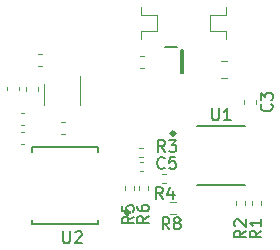
<source format=gbr>
%TF.GenerationSoftware,KiCad,Pcbnew,(5.1.8)-1*%
%TF.CreationDate,2021-11-17T13:18:44-05:00*%
%TF.ProjectId,impedance_measurement,696d7065-6461-46e6-9365-5f6d65617375,rev?*%
%TF.SameCoordinates,Original*%
%TF.FileFunction,Legend,Top*%
%TF.FilePolarity,Positive*%
%FSLAX46Y46*%
G04 Gerber Fmt 4.6, Leading zero omitted, Abs format (unit mm)*
G04 Created by KiCad (PCBNEW (5.1.8)-1) date 2021-11-17 13:18:44*
%MOMM*%
%LPD*%
G01*
G04 APERTURE LIST*
%ADD10C,0.120000*%
%ADD11C,0.200000*%
%ADD12C,0.127000*%
%ADD13C,0.300000*%
%ADD14C,0.150000*%
%ADD15C,0.152400*%
G04 APERTURE END LIST*
D10*
%TO.C,C9*%
X131983733Y-106200000D02*
X132276267Y-106200000D01*
X131983733Y-105180000D02*
X132276267Y-105180000D01*
D11*
%TO.C,S1*%
X135420000Y-104690000D02*
X135620000Y-104690000D01*
X135620000Y-104690000D02*
X135620000Y-106690000D01*
X135620000Y-106690000D02*
X135420000Y-106690000D01*
X135420000Y-106690000D02*
X135420000Y-104690000D01*
X134070000Y-104490000D02*
X135070000Y-104490000D01*
D10*
%TO.C,R11*%
X138872936Y-107075000D02*
X139327064Y-107075000D01*
X138872936Y-105605000D02*
X139327064Y-105605000D01*
%TO.C,C3*%
X140810000Y-108973733D02*
X140810000Y-109266267D01*
X141830000Y-108973733D02*
X141830000Y-109266267D01*
%TO.C,R6*%
X132650000Y-116597621D02*
X132650000Y-116262379D01*
X131890000Y-116597621D02*
X131890000Y-116262379D01*
%TO.C,R5*%
X131440000Y-116597621D02*
X131440000Y-116262379D01*
X130680000Y-116597621D02*
X130680000Y-116262379D01*
%TO.C,R4*%
X134177621Y-115190000D02*
X133842379Y-115190000D01*
X134177621Y-115950000D02*
X133842379Y-115950000D01*
%TO.C,R3*%
X132227621Y-113030000D02*
X131892379Y-113030000D01*
X132227621Y-113790000D02*
X131892379Y-113790000D01*
%TO.C,R2*%
X140900000Y-117807621D02*
X140900000Y-117472379D01*
X140140000Y-117807621D02*
X140140000Y-117472379D01*
%TO.C,R1*%
X141440000Y-117472379D02*
X141440000Y-117807621D01*
X142200000Y-117472379D02*
X142200000Y-117807621D01*
%TO.C,C5*%
X132205835Y-114220000D02*
X131974165Y-114220000D01*
X132205835Y-114940000D02*
X131974165Y-114940000D01*
%TO.C,U3*%
X126890000Y-109330000D02*
X126890000Y-106900000D01*
X123820000Y-107570000D02*
X123820000Y-109330000D01*
D12*
%TO.C,U1*%
X136840000Y-116160000D02*
X140840000Y-116160000D01*
X136840000Y-111160000D02*
X140840000Y-111160000D01*
D13*
X134929000Y-111755000D02*
G75*
G03*
X134929000Y-111755000I-150000J0D01*
G01*
D10*
%TO.C,R8*%
X134994724Y-117567500D02*
X134485276Y-117567500D01*
X134994724Y-118612500D02*
X134485276Y-118612500D01*
%TO.C,J2*%
X139250000Y-101700000D02*
X137900000Y-101700000D01*
X137900000Y-101700000D02*
X137900000Y-103100000D01*
X137900000Y-103100000D02*
X139250000Y-103100000D01*
X139250000Y-103100000D02*
X139250000Y-103750000D01*
X139250000Y-101700000D02*
X139250000Y-101050000D01*
%TO.C,J1*%
X132050000Y-103100000D02*
X133400000Y-103100000D01*
X133400000Y-103100000D02*
X133400000Y-101700000D01*
X133400000Y-101700000D02*
X132050000Y-101700000D01*
X132050000Y-101700000D02*
X132050000Y-101050000D01*
X132050000Y-103100000D02*
X132050000Y-103750000D01*
%TO.C,FB1*%
X123360000Y-108146267D02*
X123360000Y-107853733D01*
X122340000Y-108146267D02*
X122340000Y-107853733D01*
%TO.C,C8*%
X125313733Y-111800000D02*
X125606267Y-111800000D01*
X125313733Y-110780000D02*
X125606267Y-110780000D01*
%TO.C,C7*%
X123383733Y-106040000D02*
X123676267Y-106040000D01*
X123383733Y-105020000D02*
X123676267Y-105020000D01*
%TO.C,C4*%
X121893733Y-112670000D02*
X122186267Y-112670000D01*
X121893733Y-111650000D02*
X122186267Y-111650000D01*
%TO.C,C2*%
X120750000Y-107833733D02*
X120750000Y-108126267D01*
X121770000Y-107833733D02*
X121770000Y-108126267D01*
%TO.C,C1*%
X122186267Y-110040000D02*
X121893733Y-110040000D01*
X122186267Y-111060000D02*
X121893733Y-111060000D01*
D12*
%TO.C,U2*%
X128410000Y-119060000D02*
X128410000Y-119410000D01*
X128410000Y-119410000D02*
X122810000Y-119410000D01*
X122810000Y-119410000D02*
X122810000Y-119060000D01*
X128410000Y-112910000D02*
X122810000Y-112910000D01*
X128410000Y-112910000D02*
X128410000Y-113360000D01*
X122810000Y-112910000D02*
X122810000Y-113360000D01*
D13*
X131060000Y-118460000D02*
G75*
G03*
X131060000Y-118460000I-150000J0D01*
G01*
%TO.C,C3*%
D14*
X143107142Y-109286666D02*
X143154761Y-109334285D01*
X143202380Y-109477142D01*
X143202380Y-109572380D01*
X143154761Y-109715238D01*
X143059523Y-109810476D01*
X142964285Y-109858095D01*
X142773809Y-109905714D01*
X142630952Y-109905714D01*
X142440476Y-109858095D01*
X142345238Y-109810476D01*
X142250000Y-109715238D01*
X142202380Y-109572380D01*
X142202380Y-109477142D01*
X142250000Y-109334285D01*
X142297619Y-109286666D01*
X142202380Y-108953333D02*
X142202380Y-108334285D01*
X142583333Y-108667619D01*
X142583333Y-108524761D01*
X142630952Y-108429523D01*
X142678571Y-108381904D01*
X142773809Y-108334285D01*
X143011904Y-108334285D01*
X143107142Y-108381904D01*
X143154761Y-108429523D01*
X143202380Y-108524761D01*
X143202380Y-108810476D01*
X143154761Y-108905714D01*
X143107142Y-108953333D01*
%TO.C,R6*%
X132732380Y-118756666D02*
X132256190Y-119090000D01*
X132732380Y-119328095D02*
X131732380Y-119328095D01*
X131732380Y-118947142D01*
X131780000Y-118851904D01*
X131827619Y-118804285D01*
X131922857Y-118756666D01*
X132065714Y-118756666D01*
X132160952Y-118804285D01*
X132208571Y-118851904D01*
X132256190Y-118947142D01*
X132256190Y-119328095D01*
X131732380Y-117899523D02*
X131732380Y-118090000D01*
X131780000Y-118185238D01*
X131827619Y-118232857D01*
X131970476Y-118328095D01*
X132160952Y-118375714D01*
X132541904Y-118375714D01*
X132637142Y-118328095D01*
X132684761Y-118280476D01*
X132732380Y-118185238D01*
X132732380Y-117994761D01*
X132684761Y-117899523D01*
X132637142Y-117851904D01*
X132541904Y-117804285D01*
X132303809Y-117804285D01*
X132208571Y-117851904D01*
X132160952Y-117899523D01*
X132113333Y-117994761D01*
X132113333Y-118185238D01*
X132160952Y-118280476D01*
X132208571Y-118328095D01*
X132303809Y-118375714D01*
%TO.C,R5*%
X131452380Y-118806666D02*
X130976190Y-119140000D01*
X131452380Y-119378095D02*
X130452380Y-119378095D01*
X130452380Y-118997142D01*
X130500000Y-118901904D01*
X130547619Y-118854285D01*
X130642857Y-118806666D01*
X130785714Y-118806666D01*
X130880952Y-118854285D01*
X130928571Y-118901904D01*
X130976190Y-118997142D01*
X130976190Y-119378095D01*
X130452380Y-117901904D02*
X130452380Y-118378095D01*
X130928571Y-118425714D01*
X130880952Y-118378095D01*
X130833333Y-118282857D01*
X130833333Y-118044761D01*
X130880952Y-117949523D01*
X130928571Y-117901904D01*
X131023809Y-117854285D01*
X131261904Y-117854285D01*
X131357142Y-117901904D01*
X131404761Y-117949523D01*
X131452380Y-118044761D01*
X131452380Y-118282857D01*
X131404761Y-118378095D01*
X131357142Y-118425714D01*
%TO.C,R4*%
X133903333Y-117312380D02*
X133570000Y-116836190D01*
X133331904Y-117312380D02*
X133331904Y-116312380D01*
X133712857Y-116312380D01*
X133808095Y-116360000D01*
X133855714Y-116407619D01*
X133903333Y-116502857D01*
X133903333Y-116645714D01*
X133855714Y-116740952D01*
X133808095Y-116788571D01*
X133712857Y-116836190D01*
X133331904Y-116836190D01*
X134760476Y-116645714D02*
X134760476Y-117312380D01*
X134522380Y-116264761D02*
X134284285Y-116979047D01*
X134903333Y-116979047D01*
%TO.C,R3*%
X134093333Y-113342380D02*
X133760000Y-112866190D01*
X133521904Y-113342380D02*
X133521904Y-112342380D01*
X133902857Y-112342380D01*
X133998095Y-112390000D01*
X134045714Y-112437619D01*
X134093333Y-112532857D01*
X134093333Y-112675714D01*
X134045714Y-112770952D01*
X133998095Y-112818571D01*
X133902857Y-112866190D01*
X133521904Y-112866190D01*
X134426666Y-112342380D02*
X135045714Y-112342380D01*
X134712380Y-112723333D01*
X134855238Y-112723333D01*
X134950476Y-112770952D01*
X134998095Y-112818571D01*
X135045714Y-112913809D01*
X135045714Y-113151904D01*
X134998095Y-113247142D01*
X134950476Y-113294761D01*
X134855238Y-113342380D01*
X134569523Y-113342380D01*
X134474285Y-113294761D01*
X134426666Y-113247142D01*
%TO.C,R2*%
X140962380Y-120006666D02*
X140486190Y-120340000D01*
X140962380Y-120578095D02*
X139962380Y-120578095D01*
X139962380Y-120197142D01*
X140010000Y-120101904D01*
X140057619Y-120054285D01*
X140152857Y-120006666D01*
X140295714Y-120006666D01*
X140390952Y-120054285D01*
X140438571Y-120101904D01*
X140486190Y-120197142D01*
X140486190Y-120578095D01*
X140057619Y-119625714D02*
X140010000Y-119578095D01*
X139962380Y-119482857D01*
X139962380Y-119244761D01*
X140010000Y-119149523D01*
X140057619Y-119101904D01*
X140152857Y-119054285D01*
X140248095Y-119054285D01*
X140390952Y-119101904D01*
X140962380Y-119673333D01*
X140962380Y-119054285D01*
%TO.C,R1*%
X142262380Y-119996666D02*
X141786190Y-120330000D01*
X142262380Y-120568095D02*
X141262380Y-120568095D01*
X141262380Y-120187142D01*
X141310000Y-120091904D01*
X141357619Y-120044285D01*
X141452857Y-119996666D01*
X141595714Y-119996666D01*
X141690952Y-120044285D01*
X141738571Y-120091904D01*
X141786190Y-120187142D01*
X141786190Y-120568095D01*
X142262380Y-119044285D02*
X142262380Y-119615714D01*
X142262380Y-119330000D02*
X141262380Y-119330000D01*
X141405238Y-119425238D01*
X141500476Y-119520476D01*
X141548095Y-119615714D01*
%TO.C,C5*%
X134053333Y-114667142D02*
X134005714Y-114714761D01*
X133862857Y-114762380D01*
X133767619Y-114762380D01*
X133624761Y-114714761D01*
X133529523Y-114619523D01*
X133481904Y-114524285D01*
X133434285Y-114333809D01*
X133434285Y-114190952D01*
X133481904Y-114000476D01*
X133529523Y-113905238D01*
X133624761Y-113810000D01*
X133767619Y-113762380D01*
X133862857Y-113762380D01*
X134005714Y-113810000D01*
X134053333Y-113857619D01*
X134958095Y-113762380D02*
X134481904Y-113762380D01*
X134434285Y-114238571D01*
X134481904Y-114190952D01*
X134577142Y-114143333D01*
X134815238Y-114143333D01*
X134910476Y-114190952D01*
X134958095Y-114238571D01*
X135005714Y-114333809D01*
X135005714Y-114571904D01*
X134958095Y-114667142D01*
X134910476Y-114714761D01*
X134815238Y-114762380D01*
X134577142Y-114762380D01*
X134481904Y-114714761D01*
X134434285Y-114667142D01*
%TO.C,U1*%
X138097735Y-109642122D02*
X138097735Y-110452028D01*
X138145377Y-110547311D01*
X138193018Y-110594952D01*
X138288301Y-110642594D01*
X138478867Y-110642594D01*
X138574150Y-110594952D01*
X138621792Y-110547311D01*
X138669433Y-110452028D01*
X138669433Y-109642122D01*
X139669905Y-110642594D02*
X139098207Y-110642594D01*
X139384056Y-110642594D02*
X139384056Y-109642122D01*
X139288773Y-109785047D01*
X139193490Y-109880330D01*
X139098207Y-109927971D01*
%TO.C,R8*%
X134463333Y-119882380D02*
X134130000Y-119406190D01*
X133891904Y-119882380D02*
X133891904Y-118882380D01*
X134272857Y-118882380D01*
X134368095Y-118930000D01*
X134415714Y-118977619D01*
X134463333Y-119072857D01*
X134463333Y-119215714D01*
X134415714Y-119310952D01*
X134368095Y-119358571D01*
X134272857Y-119406190D01*
X133891904Y-119406190D01*
X135034761Y-119310952D02*
X134939523Y-119263333D01*
X134891904Y-119215714D01*
X134844285Y-119120476D01*
X134844285Y-119072857D01*
X134891904Y-118977619D01*
X134939523Y-118930000D01*
X135034761Y-118882380D01*
X135225238Y-118882380D01*
X135320476Y-118930000D01*
X135368095Y-118977619D01*
X135415714Y-119072857D01*
X135415714Y-119120476D01*
X135368095Y-119215714D01*
X135320476Y-119263333D01*
X135225238Y-119310952D01*
X135034761Y-119310952D01*
X134939523Y-119358571D01*
X134891904Y-119406190D01*
X134844285Y-119501428D01*
X134844285Y-119691904D01*
X134891904Y-119787142D01*
X134939523Y-119834761D01*
X135034761Y-119882380D01*
X135225238Y-119882380D01*
X135320476Y-119834761D01*
X135368095Y-119787142D01*
X135415714Y-119691904D01*
X135415714Y-119501428D01*
X135368095Y-119406190D01*
X135320476Y-119358571D01*
X135225238Y-119310952D01*
%TO.C,U2*%
D15*
X125483055Y-120058291D02*
X125483055Y-120868006D01*
X125530685Y-120963267D01*
X125578316Y-121010897D01*
X125673576Y-121058527D01*
X125864097Y-121058527D01*
X125959358Y-121010897D01*
X126006988Y-120963267D01*
X126054618Y-120868006D01*
X126054618Y-120058291D01*
X126483291Y-120153552D02*
X126530921Y-120105922D01*
X126626182Y-120058291D01*
X126864333Y-120058291D01*
X126959594Y-120105922D01*
X127007224Y-120153552D01*
X127054854Y-120248812D01*
X127054854Y-120344073D01*
X127007224Y-120486964D01*
X126435661Y-121058527D01*
X127054854Y-121058527D01*
%TD*%
M02*

</source>
